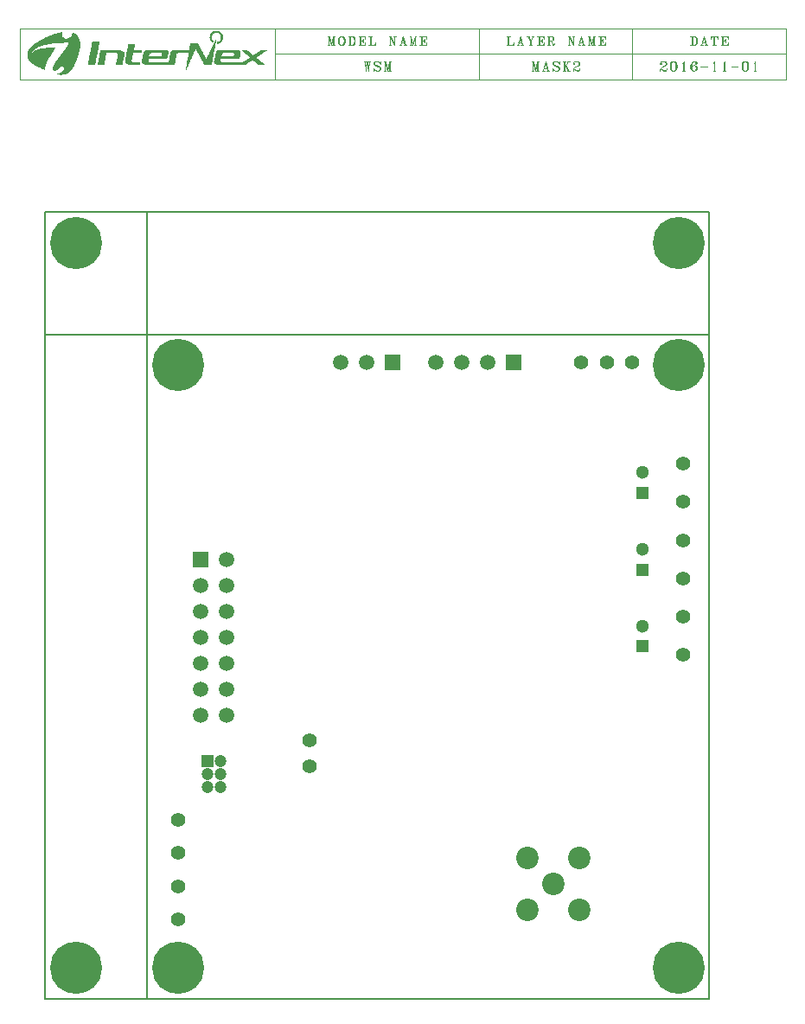
<source format=gbr>
%MOMM*%
%FSLAX33Y33*%
%ADD10C,0.200000*%
%ADD15C,0.100000*%
%ADD17C,5.100000*%
%ADD18C,1.400000*%
%ADD71R,1.200000X1.200000*%
%ADD20C,1.200000*%
%ADD21C,1.500000*%
%ADD22R,1.500000X1.500000*%
%ADD130C,2.200000*%
%ADD138C,1.300000*%
%ADD139R,1.300000X1.300000*%
G90*G71*G01*D02*G54D10*X000000Y000000D02*X065000Y000000D01*X065000Y077000D01*
X000000Y077000D01*X000000Y000000D01*X065000Y065000D02*X010000Y065000D01*
X010000Y000000D01*X010000Y065000D02*X010000Y077000D01*X010000Y065000D02*
X000000Y065000D01*D02*G54D15*X022500Y095000D02*X-002500Y095000D01*
X-002500Y090000D01*X022500Y090000D01*X022500Y092500D02*X072500Y092500D01*
X042500Y095000D02*X042500Y090000D01*X022500Y095000D02*X072500Y095000D01*
X072500Y090000D02*X022500Y090000D01*X022500Y095000D02*X022500Y090000D01*
X072500Y095000D02*X072500Y090000D01*X057500Y095000D02*X057500Y090000D01*
X060221Y091568D02*X060221Y091523D01*X060266Y091523D01*X060266Y091568D01*
X060221Y091568D01*X060221Y091614D02*X060266Y091614D01*X060312Y091568D01*
X060312Y091523D01*X060266Y091477D01*X060221Y091477D01*X060175Y091523D01*
X060175Y091568D01*X060221Y091659D01*X060266Y091705D01*X060403Y091735D01*
X060591Y091735D01*X060728Y091705D01*X060773Y091659D01*X060825Y091568D01*
X060825Y091477D01*X060773Y091402D01*X060637Y091311D01*X060403Y091220D01*
X060312Y091174D01*X060221Y091083D01*X060175Y090962D01*X060175Y090826D01*
X060728Y091659D02*X060773Y091568D01*X060773Y091477D01*X060728Y091402D01*
X060591Y091735D02*X060682Y091705D01*X060728Y091568D01*X060728Y091477D01*
X060682Y091402D01*X060591Y091311D01*X060403Y091220D01*X060175Y090917D02*
X060221Y090962D01*X060312Y090962D01*X060539Y090917D01*X060728Y090917D01*
X060825Y090962D01*X060312Y090962D02*X060539Y090871D01*X060728Y090871D01*
X060773Y090917D01*X060312Y090962D02*X060539Y090826D01*X060728Y090826D01*
X060773Y090871D01*X060825Y090962D01*X060825Y091038D01*X061448Y091735D02*
X061312Y091705D01*X061221Y091568D01*X061175Y091356D01*X061175Y091220D01*
X061221Y091008D01*X061312Y090871D01*X061448Y090826D01*X061546Y090826D01*
X061682Y090871D01*X061773Y091008D01*X061825Y091220D01*X061825Y091356D01*
X061773Y091568D01*X061682Y091705D01*X061546Y091735D01*X061448Y091735D01*
X061312Y091659D02*X061266Y091568D01*X061221Y091402D01*X061221Y091174D01*
X061266Y091008D01*X061312Y090917D01*X061682Y090917D02*X061728Y091008D01*
X061773Y091174D01*X061773Y091402D01*X061728Y091568D01*X061682Y091659D01*
X061448Y091735D02*X061357Y091705D01*X061312Y091614D01*X061266Y091402D01*
X061266Y091174D01*X061312Y090962D01*X061357Y090871D01*X061448Y090826D01*
X061546Y090826D02*X061637Y090871D01*X061682Y090962D01*X061728Y091174D01*
X061728Y091402D01*X061682Y091614D01*X061637Y091705D01*X061546Y091735D01*
X062468Y091659D02*X062468Y090826D01*X062494Y091659D02*X062494Y090871D01*
X062513Y091735D02*X062513Y090826D01*X062513Y091735D02*X062448Y091614D01*
X062409Y091568D01*X062390Y090826D02*X062598Y090826D01*X062468Y090871D02*
X062429Y090826D01*X062468Y090917D02*X062448Y090826D01*X062513Y090917D02*
X062533Y090826D01*X062513Y090871D02*X062552Y090826D01*X063682Y091614D02*
X063682Y091568D01*X063728Y091568D01*X063728Y091614D01*X063682Y091614D01*
X063728Y091659D02*X063682Y091659D01*X063637Y091614D01*X063637Y091568D01*
X063682Y091523D01*X063728Y091523D01*X063773Y091568D01*X063773Y091614D01*
X063728Y091705D01*X063637Y091735D01*X063500Y091735D01*X063357Y091705D01*
X063266Y091614D01*X063221Y091523D01*X063175Y091356D01*X063175Y091083D01*
X063221Y090962D01*X063312Y090871D01*X063448Y090826D01*X063546Y090826D01*
X063682Y090871D01*X063773Y090962D01*X063825Y091083D01*X063825Y091129D01*
X063773Y091265D01*X063682Y091356D01*X063546Y091402D01*X063448Y091402D01*
X063357Y091356D01*X063312Y091311D01*X063266Y091220D01*X063312Y091614D02*
X063266Y091523D01*X063221Y091356D01*X063221Y091083D01*X063266Y090962D01*
X063312Y090917D01*X063728Y090962D02*X063773Y091038D01*X063773Y091174D01*
X063728Y091265D01*X063500Y091735D02*X063403Y091705D01*X063357Y091659D01*
X063312Y091568D01*X063266Y091402D01*X063266Y091083D01*X063312Y090962D01*
X063357Y090871D01*X063448Y090826D01*X063546Y090826D02*X063637Y090871D01*
X063682Y090917D01*X063728Y091038D01*X063728Y091174D01*X063682Y091311D01*
X063637Y091356D01*X063546Y091402D01*X064175Y091265D02*X064825Y091265D01*
X064825Y091220D01*X064175Y091265D02*X064175Y091220D01*X064825Y091220D01*
X065468Y091659D02*X065468Y090826D01*X065494Y091659D02*X065494Y090871D01*
X065513Y091735D02*X065513Y090826D01*X065513Y091735D02*X065448Y091614D01*
X065409Y091568D01*X065390Y090826D02*X065598Y090826D01*X065468Y090871D02*
X065429Y090826D01*X065468Y090917D02*X065448Y090826D01*X065513Y090917D02*
X065533Y090826D01*X065513Y090871D02*X065552Y090826D01*X066468Y091659D02*
X066468Y090826D01*X066494Y091659D02*X066494Y090871D01*X066513Y091735D02*
X066513Y090826D01*X066513Y091735D02*X066448Y091614D01*X066409Y091568D01*
X066390Y090826D02*X066598Y090826D01*X066468Y090871D02*X066429Y090826D01*
X066468Y090917D02*X066448Y090826D01*X066513Y090917D02*X066533Y090826D01*
X066513Y090871D02*X066552Y090826D01*X067175Y091265D02*X067825Y091265D01*
X067825Y091220D01*X067175Y091265D02*X067175Y091220D01*X067825Y091220D01*
X068448Y091735D02*X068312Y091705D01*X068221Y091568D01*X068175Y091356D01*
X068175Y091220D01*X068221Y091008D01*X068312Y090871D01*X068448Y090826D01*
X068546Y090826D01*X068682Y090871D01*X068773Y091008D01*X068825Y091220D01*
X068825Y091356D01*X068773Y091568D01*X068682Y091705D01*X068546Y091735D01*
X068448Y091735D01*X068312Y091659D02*X068266Y091568D01*X068221Y091402D01*
X068221Y091174D01*X068266Y091008D01*X068312Y090917D01*X068682Y090917D02*
X068728Y091008D01*X068773Y091174D01*X068773Y091402D01*X068728Y091568D01*
X068682Y091659D01*X068448Y091735D02*X068357Y091705D01*X068312Y091614D01*
X068266Y091402D01*X068266Y091174D01*X068312Y090962D01*X068357Y090871D01*
X068448Y090826D01*X068546Y090826D02*X068637Y090871D01*X068682Y090962D01*
X068728Y091174D01*X068728Y091402D01*X068682Y091614D01*X068637Y091705D01*
X068546Y091735D01*X069468Y091659D02*X069468Y090826D01*X069494Y091659D02*
X069494Y090871D01*X069513Y091735D02*X069513Y090826D01*X069513Y091735D02*
X069448Y091614D01*X069409Y091568D01*X069390Y090826D02*X069598Y090826D01*
X069468Y090871D02*X069429Y090826D01*X069468Y090917D02*X069448Y090826D01*
X069513Y090917D02*X069533Y090826D01*X069513Y090871D02*X069552Y090826D01*
X063286Y094235D02*X063286Y093326D01*X063325Y094205D02*X063325Y093371D01*
X063364Y094235D02*X063364Y093326D01*X063175Y094235D02*X063552Y094235D01*
X063669Y094205D01*X063747Y094114D01*X063786Y094023D01*X063825Y093902D01*
X063825Y093674D01*X063786Y093538D01*X063747Y093462D01*X063669Y093371D01*
X063552Y093326D01*X063175Y093326D01*X063708Y094114D02*X063747Y094023D01*
X063786Y093902D01*X063786Y093674D01*X063747Y093538D01*X063708Y093462D01*
X063552Y094235D02*X063630Y094205D01*X063708Y094068D01*X063747Y093902D01*
X063747Y093674D01*X063708Y093508D01*X063630Y093371D01*X063552Y093326D01*
X063208Y094235D02*X063286Y094205D01*X063247Y094235D02*X063286Y094159D01*
X063403Y094235D02*X063364Y094159D01*X063442Y094235D02*X063364Y094205D01*
X063286Y093371D02*X063208Y093326D01*X063286Y093417D02*X063247Y093326D01*
X063364Y093417D02*X063403Y093326D01*X063364Y093371D02*X063442Y093326D01*
X064500Y094235D02*X064247Y093371D01*X064461Y094114D02*X064676Y093326D01*
X064500Y094114D02*X064715Y093326D01*X064500Y094235D02*X064747Y093326D01*
X064318Y093583D02*X064643Y093583D01*X064175Y093326D02*X064390Y093326D01*
X064572Y093326D02*X064825Y093326D01*X064247Y093371D02*X064207Y093326D01*
X064247Y093371D02*X064318Y093326D01*X064676Y093371D02*X064604Y093326D01*
X064676Y093417D02*X064643Y093326D01*X064715Y093417D02*X064786Y093326D01*
X065175Y094235D02*X065175Y093977D01*X065454Y094235D02*X065454Y093326D01*
X065500Y094205D02*X065500Y093371D01*X065539Y094235D02*X065539Y093326D01*
X065825Y094235D02*X065825Y093977D01*X065175Y094235D02*X065825Y094235D01*
X065338Y093326D02*X065656Y093326D01*X065214Y094235D02*X065175Y093977D01*
X065253Y094235D02*X065175Y094114D01*X065292Y094235D02*X065175Y094159D01*
X065376Y094235D02*X065175Y094205D01*X065617Y094235D02*X065825Y094205D01*
X065702Y094235D02*X065825Y094159D01*X065741Y094235D02*X065825Y094114D01*
X065780Y094235D02*X065825Y093977D01*X065454Y093371D02*X065376Y093326D01*
X065454Y093417D02*X065415Y093326D01*X065539Y093417D02*X065578Y093326D01*
X065539Y093371D02*X065617Y093326D01*X066292Y094235D02*X066292Y093326D01*
X066331Y094205D02*X066331Y093371D01*X066377Y094235D02*X066377Y093326D01*
X066175Y094235D02*X066825Y094235D01*X066825Y093977D01*X066377Y093811D02*
X066617Y093811D01*X066617Y093977D02*X066617Y093629D01*X066175Y093326D02*
X066825Y093326D01*X066825Y093583D01*X066214Y094235D02*X066292Y094205D01*
X066253Y094235D02*X066292Y094159D01*X066416Y094235D02*X066377Y094159D01*
X066455Y094235D02*X066377Y094205D01*X066617Y094235D02*X066825Y094205D01*
X066702Y094235D02*X066825Y094159D01*X066741Y094235D02*X066825Y094114D01*
X066780Y094235D02*X066825Y093977D01*X066617Y093977D02*X066578Y093811D01*
X066617Y093629D01*X066617Y093902D02*X066539Y093811D01*X066617Y093720D01*
X066617Y093856D02*X066455Y093811D01*X066617Y093765D01*X066292Y093371D02*
X066214Y093326D01*X066292Y093417D02*X066253Y093326D01*X066377Y093417D02*
X066416Y093326D01*X066377Y093371D02*X066455Y093326D01*X066617Y093326D02*
X066825Y093371D01*X066702Y093326D02*X066825Y093417D01*X066741Y093326D02*
X066825Y093462D01*X066780Y093326D02*X066825Y093583D01*X045305Y094235D02*
X045305Y093326D01*X045344Y094205D02*X045344Y093371D01*X045390Y094235D02*
X045390Y093326D01*X045175Y094235D02*X045520Y094235D01*X045175Y093326D02*
X045825Y093326D01*X045825Y093583D01*X045214Y094235D02*X045305Y094205D01*
X045260Y094235D02*X045305Y094159D01*X045435Y094235D02*X045390Y094159D01*
X045474Y094235D02*X045390Y094205D01*X045305Y093371D02*X045214Y093326D01*
X045305Y093417D02*X045260Y093326D01*X045390Y093417D02*X045435Y093326D01*
X045390Y093371D02*X045474Y093326D01*X045604Y093326D02*X045825Y093371D01*
X045689Y093326D02*X045825Y093417D01*X045734Y093326D02*X045825Y093462D01*
X045780Y093326D02*X045825Y093583D01*X046500Y094235D02*X046247Y093371D01*
X046461Y094114D02*X046676Y093326D01*X046500Y094114D02*X046715Y093326D01*
X046500Y094235D02*X046747Y093326D01*X046318Y093583D02*X046643Y093583D01*
X046175Y093326D02*X046390Y093326D01*X046572Y093326D02*X046825Y093326D01*
X046247Y093371D02*X046208Y093326D01*X046247Y093371D02*X046318Y093326D01*
X046676Y093371D02*X046604Y093326D01*X046676Y093417D02*X046643Y093326D01*
X046715Y093417D02*X046786Y093326D01*X047240Y094235D02*X047461Y093765D01*
X047461Y093326D01*X047273Y094235D02*X047494Y093765D01*X047494Y093371D01*
X047299Y094235D02*X047533Y093765D01*X047533Y093326D01*X047721Y094205D02*
X047533Y093765D01*X047175Y094235D02*X047403Y094235D01*X047624Y094235D02*
X047825Y094235D01*X047370Y093326D02*X047624Y093326D01*X047208Y094235D02*
X047273Y094205D01*X047370Y094235D02*X047299Y094205D01*X047663Y094235D02*
X047721Y094205D01*X047786Y094235D02*X047721Y094205D01*X047461Y093371D02*
X047403Y093326D01*X047461Y093417D02*X047429Y093326D01*X047533Y093417D02*
X047559Y093326D01*X047533Y093371D02*X047591Y093326D01*X048292Y094235D02*
X048292Y093326D01*X048331Y094205D02*X048331Y093371D01*X048377Y094235D02*
X048377Y093326D01*X048175Y094235D02*X048825Y094235D01*X048825Y093977D01*
X048377Y093811D02*X048617Y093811D01*X048617Y093977D02*X048617Y093629D01*
X048175Y093326D02*X048825Y093326D01*X048825Y093583D01*X048214Y094235D02*
X048292Y094205D01*X048253Y094235D02*X048292Y094159D01*X048416Y094235D02*
X048377Y094159D01*X048455Y094235D02*X048377Y094205D01*X048617Y094235D02*
X048825Y094205D01*X048702Y094235D02*X048825Y094159D01*X048741Y094235D02*
X048825Y094114D01*X048780Y094235D02*X048825Y093977D01*X048617Y093977D02*
X048578Y093811D01*X048617Y093629D01*X048617Y093902D02*X048539Y093811D01*
X048617Y093720D01*X048617Y093856D02*X048455Y093811D01*X048617Y093765D01*
X048292Y093371D02*X048214Y093326D01*X048292Y093417D02*X048253Y093326D01*
X048377Y093417D02*X048416Y093326D01*X048377Y093371D02*X048455Y093326D01*
X048617Y093326D02*X048825Y093371D01*X048702Y093326D02*X048825Y093417D01*
X048741Y093326D02*X048825Y093462D01*X048780Y093326D02*X048825Y093583D01*
X049279Y094235D02*X049279Y093326D01*X049318Y094205D02*X049318Y093371D01*
X049351Y094235D02*X049351Y093326D01*X049175Y094235D02*X049604Y094235D01*
X049715Y094205D01*X049747Y094159D01*X049786Y094068D01*X049786Y093977D01*
X049747Y093902D01*X049715Y093856D01*X049604Y093811D01*X049351Y093811D01*
X049715Y094159D02*X049747Y094068D01*X049747Y093977D01*X049715Y093902D01*
X049604Y094235D02*X049676Y094205D01*X049715Y094114D01*X049715Y093932D01*
X049676Y093856D01*X049604Y093811D01*X049494Y093811D02*X049572Y093765D01*
X049604Y093674D01*X049676Y093417D01*X049715Y093326D01*X049786Y093326D01*
X049825Y093417D01*X049825Y093508D01*X049676Y093508D02*X049715Y093417D01*
X049747Y093371D01*X049786Y093371D01*X049572Y093765D02*X049604Y093720D01*
X049715Y093462D01*X049747Y093417D01*X049786Y093417D01*X049825Y093462D01*
X049175Y093326D02*X049461Y093326D01*X049208Y094235D02*X049279Y094205D01*
X049247Y094235D02*X049279Y094159D01*X049390Y094235D02*X049351Y094159D01*
X049422Y094235D02*X049351Y094205D01*X049279Y093371D02*X049208Y093326D01*
X049279Y093417D02*X049247Y093326D01*X049351Y093417D02*X049390Y093326D01*
X049351Y093371D02*X049422Y093326D01*X051266Y094235D02*X051266Y093371D01*
X051266Y094235D02*X051721Y093326D01*X051305Y094235D02*X051689Y093462D01*
X051331Y094235D02*X051721Y093462D01*X051721Y094205D02*X051721Y093326D01*
X051175Y094235D02*X051331Y094235D01*X051630Y094235D02*X051825Y094235D01*
X051175Y093326D02*X051364Y093326D01*X051201Y094235D02*X051266Y094205D01*
X051663Y094235D02*X051721Y094205D01*X051793Y094235D02*X051721Y094205D01*
X051266Y093371D02*X051201Y093326D01*X051266Y093371D02*X051331Y093326D01*
X052500Y094235D02*X052247Y093371D01*X052461Y094114D02*X052676Y093326D01*
X052500Y094114D02*X052715Y093326D01*X052500Y094235D02*X052747Y093326D01*
X052318Y093583D02*X052643Y093583D01*X052175Y093326D02*X052390Y093326D01*
X052572Y093326D02*X052825Y093326D01*X052247Y093371D02*X052208Y093326D01*
X052247Y093371D02*X052318Y093326D01*X052676Y093371D02*X052604Y093326D01*
X052676Y093417D02*X052643Y093326D01*X052715Y093417D02*X052786Y093326D01*
X053260Y094235D02*X053260Y093371D01*X053260Y094235D02*X053468Y093326D01*
X053292Y094235D02*X053468Y093462D01*X053318Y094235D02*X053494Y093462D01*
X053676Y094235D02*X053468Y093326D01*X053676Y094235D02*X053676Y093326D01*
X053702Y094205D02*X053702Y093371D01*X053734Y094235D02*X053734Y093326D01*
X053175Y094235D02*X053318Y094235D01*X053676Y094235D02*X053825Y094235D01*
X053175Y093326D02*X053351Y093326D01*X053585Y093326D02*X053825Y093326D01*
X053201Y094235D02*X053260Y094205D01*X053760Y094235D02*X053734Y094159D01*
X053793Y094235D02*X053734Y094205D01*X053260Y093371D02*X053201Y093326D01*
X053260Y093371D02*X053318Y093326D01*X053676Y093371D02*X053617Y093326D01*
X053676Y093417D02*X053643Y093326D01*X053734Y093417D02*X053760Y093326D01*
X053734Y093371D02*X053793Y093326D01*X054292Y094235D02*X054292Y093326D01*
X054331Y094205D02*X054331Y093371D01*X054377Y094235D02*X054377Y093326D01*
X054175Y094235D02*X054825Y094235D01*X054825Y093977D01*X054377Y093811D02*
X054617Y093811D01*X054617Y093977D02*X054617Y093629D01*X054175Y093326D02*
X054825Y093326D01*X054825Y093583D01*X054214Y094235D02*X054292Y094205D01*
X054253Y094235D02*X054292Y094159D01*X054416Y094235D02*X054377Y094159D01*
X054455Y094235D02*X054377Y094205D01*X054617Y094235D02*X054825Y094205D01*
X054702Y094235D02*X054825Y094159D01*X054741Y094235D02*X054825Y094114D01*
X054780Y094235D02*X054825Y093977D01*X054617Y093977D02*X054578Y093811D01*
X054617Y093629D01*X054617Y093902D02*X054539Y093811D01*X054617Y093720D01*
X054617Y093856D02*X054455Y093811D01*X054617Y093765D01*X054292Y093371D02*
X054214Y093326D01*X054292Y093417D02*X054253Y093326D01*X054377Y093417D02*
X054416Y093326D01*X054377Y093371D02*X054455Y093326D01*X054617Y093326D02*
X054825Y093371D01*X054702Y093326D02*X054825Y093417D01*X054741Y093326D02*
X054825Y093462D01*X054780Y093326D02*X054825Y093583D01*X027760Y094235D02*
X027760Y093371D01*X027760Y094235D02*X027968Y093326D01*X027792Y094235D02*
X027968Y093462D01*X027818Y094235D02*X027994Y093462D01*X028176Y094235D02*
X027968Y093326D01*X028176Y094235D02*X028176Y093326D01*X028202Y094205D02*
X028202Y093371D01*X028234Y094235D02*X028234Y093326D01*X027675Y094235D02*
X027818Y094235D01*X028176Y094235D02*X028325Y094235D01*X027675Y093326D02*
X027851Y093326D01*X028085Y093326D02*X028325Y093326D01*X027701Y094235D02*
X027760Y094205D01*X028260Y094235D02*X028234Y094159D01*X028293Y094235D02*
X028234Y094205D01*X027760Y093371D02*X027701Y093326D01*X027760Y093371D02*
X027818Y093326D01*X028176Y093371D02*X028117Y093326D01*X028176Y093417D02*
X028143Y093326D01*X028234Y093417D02*X028260Y093326D01*X028234Y093371D02*
X028293Y093326D01*X028955Y094235D02*X028838Y094205D01*X028753Y094114D01*
X028714Y094023D01*X028675Y093856D01*X028675Y093720D01*X028714Y093538D01*
X028753Y093462D01*X028838Y093371D01*X028955Y093326D01*X029039Y093326D01*
X029163Y093371D01*X029241Y093462D01*X029280Y093538D01*X029325Y093720D01*
X029325Y093856D01*X029280Y094023D01*X029241Y094114D01*X029163Y094205D01*
X029039Y094235D01*X028955Y094235D01*X028792Y094114D02*X028753Y094023D01*
X028714Y093902D01*X028714Y093674D01*X028753Y093538D01*X028792Y093462D01*
X029202Y093462D02*X029241Y093538D01*X029280Y093674D01*X029280Y093902D01*
X029241Y094023D01*X029202Y094114D01*X028955Y094235D02*X028877Y094205D01*
X028792Y094068D01*X028753Y093902D01*X028753Y093674D01*X028792Y093508D01*
X028877Y093371D01*X028955Y093326D01*X029039Y093326D02*X029117Y093371D01*
X029202Y093508D01*X029241Y093674D01*X029241Y093902D01*X029202Y094068D01*
X029117Y094205D01*X029039Y094235D01*X029786Y094235D02*X029786Y093326D01*
X029825Y094205D02*X029825Y093371D01*X029864Y094235D02*X029864Y093326D01*
X029675Y094235D02*X030052Y094235D01*X030169Y094205D01*X030247Y094114D01*
X030286Y094023D01*X030325Y093902D01*X030325Y093674D01*X030286Y093538D01*
X030247Y093462D01*X030169Y093371D01*X030052Y093326D01*X029675Y093326D01*
X030208Y094114D02*X030247Y094023D01*X030286Y093902D01*X030286Y093674D01*
X030247Y093538D01*X030208Y093462D01*X030052Y094235D02*X030130Y094205D01*
X030208Y094068D01*X030247Y093902D01*X030247Y093674D01*X030208Y093508D01*
X030130Y093371D01*X030052Y093326D01*X029708Y094235D02*X029786Y094205D01*
X029747Y094235D02*X029786Y094159D01*X029903Y094235D02*X029864Y094159D01*
X029942Y094235D02*X029864Y094205D01*X029786Y093371D02*X029708Y093326D01*
X029786Y093417D02*X029747Y093326D01*X029864Y093417D02*X029903Y093326D01*
X029864Y093371D02*X029942Y093326D01*X030792Y094235D02*X030792Y093326D01*
X030831Y094205D02*X030831Y093371D01*X030877Y094235D02*X030877Y093326D01*
X030675Y094235D02*X031325Y094235D01*X031325Y093977D01*X030877Y093811D02*
X031117Y093811D01*X031117Y093977D02*X031117Y093629D01*X030675Y093326D02*
X031325Y093326D01*X031325Y093583D01*X030714Y094235D02*X030792Y094205D01*
X030753Y094235D02*X030792Y094159D01*X030916Y094235D02*X030877Y094159D01*
X030955Y094235D02*X030877Y094205D01*X031117Y094235D02*X031325Y094205D01*
X031202Y094235D02*X031325Y094159D01*X031241Y094235D02*X031325Y094114D01*
X031280Y094235D02*X031325Y093977D01*X031117Y093977D02*X031078Y093811D01*
X031117Y093629D01*X031117Y093902D02*X031039Y093811D01*X031117Y093720D01*
X031117Y093856D02*X030955Y093811D01*X031117Y093765D01*X030792Y093371D02*
X030714Y093326D01*X030792Y093417D02*X030753Y093326D01*X030877Y093417D02*
X030916Y093326D01*X030877Y093371D02*X030955Y093326D01*X031117Y093326D02*
X031325Y093371D01*X031202Y093326D02*X031325Y093417D01*X031241Y093326D02*
X031325Y093462D01*X031280Y093326D02*X031325Y093583D01*X031805Y094235D02*
X031805Y093326D01*X031844Y094205D02*X031844Y093371D01*X031890Y094235D02*
X031890Y093326D01*X031675Y094235D02*X032020Y094235D01*X031675Y093326D02*
X032325Y093326D01*X032325Y093583D01*X031714Y094235D02*X031805Y094205D01*
X031760Y094235D02*X031805Y094159D01*X031935Y094235D02*X031890Y094159D01*
X031974Y094235D02*X031890Y094205D01*X031805Y093371D02*X031714Y093326D01*
X031805Y093417D02*X031760Y093326D01*X031890Y093417D02*X031935Y093326D01*
X031890Y093371D02*X031974Y093326D01*X032104Y093326D02*X032325Y093371D01*
X032188Y093326D02*X032325Y093417D01*X032234Y093326D02*X032325Y093462D01*
X032280Y093326D02*X032325Y093583D01*X033766Y094235D02*X033766Y093371D01*
X033766Y094235D02*X034221Y093326D01*X033805Y094235D02*X034189Y093462D01*
X033831Y094235D02*X034221Y093462D01*X034221Y094205D02*X034221Y093326D01*
X033675Y094235D02*X033831Y094235D01*X034130Y094235D02*X034325Y094235D01*
X033675Y093326D02*X033864Y093326D01*X033701Y094235D02*X033766Y094205D01*
X034163Y094235D02*X034221Y094205D01*X034293Y094235D02*X034221Y094205D01*
X033766Y093371D02*X033701Y093326D01*X033766Y093371D02*X033831Y093326D01*
X035000Y094235D02*X034747Y093371D01*X034961Y094114D02*X035176Y093326D01*
X035000Y094114D02*X035215Y093326D01*X035000Y094235D02*X035247Y093326D01*
X034818Y093583D02*X035143Y093583D01*X034675Y093326D02*X034890Y093326D01*
X035072Y093326D02*X035325Y093326D01*X034747Y093371D02*X034708Y093326D01*
X034747Y093371D02*X034818Y093326D01*X035176Y093371D02*X035104Y093326D01*
X035176Y093417D02*X035143Y093326D01*X035215Y093417D02*X035286Y093326D01*
X035760Y094235D02*X035760Y093371D01*X035760Y094235D02*X035968Y093326D01*
X035792Y094235D02*X035968Y093462D01*X035818Y094235D02*X035994Y093462D01*
X036176Y094235D02*X035968Y093326D01*X036176Y094235D02*X036176Y093326D01*
X036202Y094205D02*X036202Y093371D01*X036234Y094235D02*X036234Y093326D01*
X035675Y094235D02*X035818Y094235D01*X036176Y094235D02*X036325Y094235D01*
X035675Y093326D02*X035851Y093326D01*X036085Y093326D02*X036325Y093326D01*
X035701Y094235D02*X035760Y094205D01*X036260Y094235D02*X036234Y094159D01*
X036293Y094235D02*X036234Y094205D01*X035760Y093371D02*X035701Y093326D01*
X035760Y093371D02*X035818Y093326D01*X036176Y093371D02*X036117Y093326D01*
X036176Y093417D02*X036143Y093326D01*X036234Y093417D02*X036260Y093326D01*
X036234Y093371D02*X036293Y093326D01*X036792Y094235D02*X036792Y093326D01*
X036831Y094205D02*X036831Y093371D01*X036877Y094235D02*X036877Y093326D01*
X036675Y094235D02*X037325Y094235D01*X037325Y093977D01*X036877Y093811D02*
X037117Y093811D01*X037117Y093977D02*X037117Y093629D01*X036675Y093326D02*
X037325Y093326D01*X037325Y093583D01*X036714Y094235D02*X036792Y094205D01*
X036753Y094235D02*X036792Y094159D01*X036916Y094235D02*X036877Y094159D01*
X036955Y094235D02*X036877Y094205D01*X037117Y094235D02*X037325Y094205D01*
X037202Y094235D02*X037325Y094159D01*X037241Y094235D02*X037325Y094114D01*
X037280Y094235D02*X037325Y093977D01*X037117Y093977D02*X037078Y093811D01*
X037117Y093629D01*X037117Y093902D02*X037039Y093811D01*X037117Y093720D01*
X037117Y093856D02*X036955Y093811D01*X037117Y093765D01*X036792Y093371D02*
X036714Y093326D01*X036792Y093417D02*X036753Y093326D01*X036877Y093417D02*
X036916Y093326D01*X036877Y093371D02*X036955Y093326D01*X037117Y093326D02*
X037325Y093371D01*X037202Y093326D02*X037325Y093417D01*X037241Y093326D02*
X037325Y093462D01*X037280Y093326D02*X037325Y093583D01*X031260Y091735D02*
X031377Y090826D01*X031292Y091735D02*X031377Y091038D01*X031377Y090826D01*
X031318Y091735D02*X031409Y091038D01*X031500Y091735D02*X031409Y091038D01*
X031377Y090826D01*X031500Y091735D02*X031617Y090826D01*X031526Y091735D02*
X031617Y091038D01*X031617Y090826D01*X031559Y091735D02*X031643Y091038D01*
X031734Y091705D02*X031643Y091038D01*X031617Y090826D01*X031175Y091735D02*
X031409Y091735D01*X031500Y091735D02*X031559Y091735D01*X031643Y091735D02*
X031825Y091735D01*X031201Y091735D02*X031292Y091705D01*X031234Y091735D02*
X031292Y091659D01*X031351Y091735D02*X031318Y091659D01*X031377Y091735D02*
X031318Y091705D01*X031676Y091735D02*X031734Y091705D01*X031793Y091735D02*
X031734Y091705D01*X032773Y091614D02*X032825Y091735D01*X032825Y091477D01*
X032773Y091614D01*X032682Y091705D01*X032539Y091735D01*X032403Y091735D01*
X032266Y091705D01*X032175Y091614D01*X032175Y091477D01*X032221Y091402D01*
X032357Y091311D01*X032636Y091220D01*X032728Y091174D01*X032773Y091083D01*
X032773Y090962D01*X032728Y090871D01*X032221Y091477D02*X032266Y091402D01*
X032357Y091356D01*X032636Y091265D01*X032728Y091220D01*X032773Y091129D01*
X032266Y091705D02*X032221Y091614D01*X032221Y091523D01*X032266Y091432D01*
X032357Y091402D01*X032636Y091311D01*X032773Y091220D01*X032825Y091129D01*
X032825Y091008D01*X032773Y090917D01*X032728Y090871D01*X032591Y090826D01*
X032448Y090826D01*X032312Y090871D01*X032221Y090962D01*X032175Y091083D01*
X032175Y090826D01*X032221Y090962D01*X033260Y091735D02*X033260Y090871D01*
X033260Y091735D02*X033468Y090826D01*X033292Y091735D02*X033468Y090962D01*
X033318Y091735D02*X033494Y090962D01*X033676Y091735D02*X033468Y090826D01*
X033676Y091735D02*X033676Y090826D01*X033702Y091705D02*X033702Y090871D01*
X033734Y091735D02*X033734Y090826D01*X033175Y091735D02*X033318Y091735D01*
X033676Y091735D02*X033825Y091735D01*X033175Y090826D02*X033351Y090826D01*
X033585Y090826D02*X033825Y090826D01*X033201Y091735D02*X033260Y091705D01*
X033760Y091735D02*X033734Y091659D01*X033793Y091735D02*X033734Y091705D01*
X033260Y090871D02*X033201Y090826D01*X033260Y090871D02*X033318Y090826D01*
X033676Y090871D02*X033617Y090826D01*X033676Y090917D02*X033643Y090826D01*
X033734Y090917D02*X033760Y090826D01*X033734Y090871D02*X033793Y090826D01*
X047760Y091735D02*X047760Y090871D01*X047760Y091735D02*X047968Y090826D01*
X047792Y091735D02*X047968Y090962D01*X047818Y091735D02*X047994Y090962D01*
X048176Y091735D02*X047968Y090826D01*X048176Y091735D02*X048176Y090826D01*
X048202Y091705D02*X048202Y090871D01*X048234Y091735D02*X048234Y090826D01*
X047675Y091735D02*X047818Y091735D01*X048176Y091735D02*X048325Y091735D01*
X047675Y090826D02*X047851Y090826D01*X048085Y090826D02*X048325Y090826D01*
X047701Y091735D02*X047760Y091705D01*X048260Y091735D02*X048234Y091659D01*
X048293Y091735D02*X048234Y091705D01*X047760Y090871D02*X047701Y090826D01*
X047760Y090871D02*X047818Y090826D01*X048176Y090871D02*X048117Y090826D01*
X048176Y090917D02*X048143Y090826D01*X048234Y090917D02*X048260Y090826D01*
X048234Y090871D02*X048293Y090826D01*X049000Y091735D02*X048747Y090871D01*
X048961Y091614D02*X049176Y090826D01*X049000Y091614D02*X049215Y090826D01*
X049000Y091735D02*X049247Y090826D01*X048818Y091083D02*X049143Y091083D01*
X048675Y090826D02*X048890Y090826D01*X049072Y090826D02*X049325Y090826D01*
X048747Y090871D02*X048708Y090826D01*X048747Y090871D02*X048818Y090826D01*
X049176Y090871D02*X049104Y090826D01*X049176Y090917D02*X049143Y090826D01*
X049215Y090917D02*X049286Y090826D01*X050273Y091614D02*X050325Y091735D01*
X050325Y091477D01*X050273Y091614D01*X050182Y091705D01*X050039Y091735D01*
X049903Y091735D01*X049766Y091705D01*X049675Y091614D01*X049675Y091477D01*
X049721Y091402D01*X049857Y091311D01*X050137Y091220D01*X050228Y091174D01*
X050273Y091083D01*X050273Y090962D01*X050228Y090871D01*X049721Y091477D02*
X049766Y091402D01*X049857Y091356D01*X050137Y091265D01*X050228Y091220D01*
X050273Y091129D01*X049766Y091705D02*X049721Y091614D01*X049721Y091523D01*
X049766Y091432D01*X049857Y091402D01*X050137Y091311D01*X050273Y091220D01*
X050325Y091129D01*X050325Y091008D01*X050273Y090917D01*X050228Y090871D01*
X050091Y090826D01*X049948Y090826D01*X049812Y090871D01*X049721Y090962D01*
X049675Y091083D01*X049675Y090826D01*X049721Y090962D01*X050773Y091735D02*
X050773Y090826D01*X050812Y091705D02*X050812Y090871D01*X050844Y091735D02*
X050844Y090826D01*X051221Y091705D02*X050844Y091220D01*X050948Y091311D02*
X051182Y090826D01*X050981Y091311D02*X051221Y090826D01*X050981Y091402D02*
X051254Y090826D01*X050675Y091735D02*X050948Y091735D01*X051117Y091735D02*
X051325Y091735D01*X050675Y090826D02*X050948Y090826D01*X051085Y090826D02*
X051325Y090826D01*X050708Y091735D02*X050773Y091705D01*X050740Y091735D02*
X050773Y091659D01*X050877Y091735D02*X050844Y091659D01*X050909Y091735D02*
X050844Y091705D01*X051182Y091735D02*X051221Y091705D01*X051286Y091735D02*
X051221Y091705D01*X050773Y090871D02*X050708Y090826D01*X050773Y090917D02*
X050740Y090826D01*X050844Y090917D02*X050877Y090826D01*X050844Y090871D02*
X050909Y090826D01*X051182Y090917D02*X051117Y090826D01*X051182Y090917D02*
X051286Y090826D01*X051721Y091568D02*X051721Y091523D01*X051766Y091523D01*
X051766Y091568D01*X051721Y091568D01*X051721Y091614D02*X051766Y091614D01*
X051812Y091568D01*X051812Y091523D01*X051766Y091477D01*X051721Y091477D01*
X051675Y091523D01*X051675Y091568D01*X051721Y091659D01*X051766Y091705D01*
X051903Y091735D01*X052091Y091735D01*X052228Y091705D01*X052273Y091659D01*
X052325Y091568D01*X052325Y091477D01*X052273Y091402D01*X052137Y091311D01*
X051903Y091220D01*X051812Y091174D01*X051721Y091083D01*X051675Y090962D01*
X051675Y090826D01*X052228Y091659D02*X052273Y091568D01*X052273Y091477D01*
X052228Y091402D01*X052091Y091735D02*X052182Y091705D01*X052228Y091568D01*
X052228Y091477D01*X052182Y091402D01*X052091Y091311D01*X051903Y091220D01*
X051675Y090917D02*X051721Y090962D01*X051812Y090962D01*X052039Y090917D01*
X052228Y090917D01*X052325Y090962D01*X051812Y090962D02*X052039Y090871D01*
X052228Y090871D01*X052273Y090917D01*X051812Y090962D02*X052039Y090826D01*
X052228Y090826D01*X052273Y090871D01*X052325Y090962D01*X052325Y091038D01*
X000000Y000000D02*D02*G54D17*X003000Y003000D03*X013000Y003000D03*
X062000Y003000D03*X013000Y062000D03*X062000Y062000D03*X003000Y074000D03*
X062000Y074000D03*D02*G54D18*X013000Y007750D03*X013000Y011000D03*
X013000Y017500D03*X013000Y014250D03*X025875Y022750D03*X025875Y025250D03*
X062500Y033625D03*X062500Y037375D03*X062500Y041125D03*X062500Y044875D03*
X062500Y048625D03*X062500Y052375D03*X057500Y062250D03*X055000Y062250D03*
X052500Y062250D03*D02*G54D71*X015865Y023290D03*D02*G54D20*X017135Y023290D03*
X017135Y022020D03*X015865Y022020D03*X017135Y020750D03*X015865Y020750D03*D02*
G54D21*X015250Y030300D03*X015250Y027760D03*X017790Y030300D03*X017790Y027760D03*
X015250Y035380D03*X015250Y032840D03*X017790Y035380D03*X017790Y032840D03*
X015250Y040460D03*X015250Y037920D03*X017790Y040460D03*X017790Y037920D03*
X017790Y043000D03*X028960Y062250D03*X031500Y062250D03*X040790Y062250D03*
X043330Y062250D03*X038250Y062250D03*D02*G54D22*X015250Y043000D03*
X034040Y062250D03*X045870Y062250D03*D02*G54D130*X049750Y011250D03*
X047210Y013790D03*X052290Y013790D03*X052290Y008710D03*X047210Y008710D03*D02*
G54D138*X058500Y036500D03*X058500Y044000D03*X058500Y051500D03*D02*G54D139*
X058500Y034500D03*X058500Y042000D03*X058500Y049500D03*
G36*X019235Y092823D02*X019235Y092854D01*X019791Y092854D01*X019791Y092823D01*
X019822Y092823D01*X019822Y092792D01*X019884Y092792D01*X019884Y092761D01*
X019914Y092761D01*X019914Y092731D01*X019945Y092731D01*X019945Y092700D01*
X019976Y092700D01*X019976Y092669D01*X020007Y092669D01*X020007Y092638D01*
X020038Y092638D01*X020038Y092607D01*X020069Y092607D01*X020069Y092576D01*
X020100Y092576D01*X020100Y092545D01*X020130Y092545D01*X020130Y092515D01*
X020192Y092515D01*X020192Y092484D01*X020223Y092484D01*X020223Y092453D01*
X020254Y092453D01*X020254Y092422D01*X020285Y092422D01*X020285Y092391D01*
X020316Y092391D01*X020316Y092360D01*X020377Y092360D01*X020377Y092391D01*
X020439Y092391D01*X020439Y092422D01*X020501Y092422D01*X020501Y092453D01*
X020532Y092453D01*X020532Y092484D01*X020593Y092484D01*X020593Y092515D01*
X020624Y092515D01*X020624Y092545D01*X020686Y092545D01*X020686Y092576D01*
X020748Y092576D01*X020748Y092607D01*X020779Y092607D01*X020779Y092638D01*
X020840Y092638D01*X020840Y092669D01*X020871Y092669D01*X020871Y092700D01*
X020933Y092700D01*X020933Y092731D01*X020964Y092731D01*X020964Y092761D01*
X021025Y092761D01*X021025Y092792D01*X021056Y092792D01*X021056Y092823D01*
X021118Y092823D01*X021118Y092854D01*X021766Y092854D01*X021766Y092823D01*
X021704Y092823D01*X021704Y092792D01*X021674Y092792D01*X021674Y092761D01*
X021612Y092761D01*X021612Y092731D01*X021581Y092731D01*X021581Y092700D01*
X021519Y092700D01*X021519Y092669D01*X021488Y092669D01*X021488Y092638D01*
X021427Y092638D01*X021427Y092607D01*X021396Y092607D01*X021396Y092576D01*
X021334Y092576D01*X021334Y092545D01*X021303Y092545D01*X021303Y092515D01*
X021241Y092515D01*X021241Y092484D01*X021211Y092484D01*X021211Y092453D01*
X021149Y092453D01*X021149Y092422D01*X021118Y092422D01*X021118Y092391D01*
X021056Y092391D01*X021056Y092360D01*X021025Y092360D01*X021025Y092329D01*
X020964Y092329D01*X020964Y092299D01*X020933Y092299D01*X020933Y092268D01*
X020871Y092268D01*X020871Y092237D01*X020840Y092237D01*X020840Y092206D01*
X020779Y092206D01*X020779Y092175D01*X020748Y092175D01*X020748Y092144D01*
X020686Y092144D01*X020686Y092083D01*X020007Y092083D01*X020007Y092175D01*
X019976Y092175D01*X019976Y092206D01*X019914Y092206D01*X019914Y092237D01*
X019884Y092237D01*X019884Y092268D01*X019853Y092268D01*X019853Y092299D01*
X019822Y092299D01*X019822Y092329D01*X019791Y092329D01*X019791Y092360D01*
X019760Y092360D01*X019760Y092391D01*X019729Y092391D01*X019729Y092422D01*
X019698Y092422D01*X019698Y092453D01*X019637Y092453D01*X019637Y092484D01*
X019606Y092484D01*X019606Y092515D01*X019575Y092515D01*X019575Y092545D01*
X019544Y092545D01*X019544Y092576D01*X019513Y092576D01*X019513Y092607D01*
X019482Y092607D01*X019482Y092638D01*X019452Y092638D01*X019452Y092669D01*
X019390Y092669D01*X019390Y092700D01*X019359Y092700D01*X019359Y092731D01*
X019328Y092731D01*X019328Y092761D01*X019297Y092761D01*X019297Y092792D01*
X019266Y092792D01*X019266Y092823D01*X019235Y092823D01*G37*G36*X019328Y091650D02*
X019328Y091681D01*X019390Y091681D01*X019390Y091712D01*X019421Y091712D01*
X019421Y091743D01*X019482Y091743D01*X019482Y091774D01*X019544Y091774D01*
X019544Y091805D01*X019575Y091805D01*X019575Y091836D01*X019637Y091836D01*
X019637Y091867D01*X019668Y091867D01*X019668Y091897D01*X019698Y091897D01*
X019698Y091928D01*X019760Y091928D01*X019760Y091959D01*X019822Y091959D01*
X019822Y091990D01*X019853Y091990D01*X019853Y092021D01*X019914Y092021D01*
X019914Y092052D01*X019945Y092052D01*X019945Y092083D01*X020717Y092083D01*
X020717Y092052D01*X020748Y092052D01*X020748Y092021D01*X020809Y092021D01*
X020809Y091990D01*X020840Y091990D01*X020840Y091959D01*X020871Y091959D01*
X020871Y091928D01*X020902Y091928D01*X020902Y091897D01*X020964Y091897D01*
X020964Y091867D01*X020995Y091867D01*X020995Y091836D01*X021025Y091836D01*
X021025Y091805D01*X021056Y091805D01*X021056Y091774D01*X021118Y091774D01*
X021118Y091743D01*X021149Y091743D01*X021149Y091712D01*X021180Y091712D01*
X021180Y091681D01*X021211Y091681D01*X021211Y091650D01*X021272Y091650D01*
X021272Y091620D01*X021303Y091620D01*X021303Y091589D01*X021334Y091589D01*
X021334Y091558D01*X021365Y091558D01*X021365Y091527D01*X021396Y091527D01*
X021396Y091496D01*X021457Y091496D01*X021457Y091465D01*X021488Y091465D01*
X021488Y091434D01*X021519Y091434D01*X021519Y091404D01*X021550Y091404D01*
X021550Y091373D01*X020902Y091373D01*X020902Y091404D01*X020840Y091404D01*
X020840Y091434D01*X020809Y091434D01*X020809Y091465D01*X020779Y091465D01*
X020779Y091496D01*X020748Y091496D01*X020748Y091527D01*X020717Y091527D01*
X020717Y091558D01*X020686Y091558D01*X020686Y091589D01*X020624Y091589D01*
X020624Y091620D01*X020593Y091620D01*X020593Y091650D01*X020563Y091650D01*
X020563Y091681D01*X020532Y091681D01*X020532Y091712D01*X020501Y091712D01*
X020501Y091743D01*X020470Y091743D01*X020470Y091774D01*X020408Y091774D01*
X020408Y091805D01*X020377Y091805D01*X020377Y091836D01*X020346Y091836D01*
X020346Y091867D01*X020285Y091867D01*X020285Y091836D01*X020223Y091836D01*
X020223Y091805D01*X020192Y091805D01*X020192Y091774D01*X020130Y091774D01*
X020130Y091743D01*X020069Y091743D01*X020069Y091712D01*X020038Y091712D01*
X020038Y091681D01*X019976Y091681D01*X019976Y091650D01*X019328Y091650D01*G37*G36*
X016797Y093502D02*X016828Y093502D01*X016828Y093471D01*X016890Y093471D01*
X016890Y093440D01*X016952Y093440D01*X016952Y093471D01*X017013Y093471D01*
X017013Y093502D01*X017075Y093502D01*X017075Y093533D01*X017137Y093533D01*
X017137Y093564D01*X017168Y093564D01*X017168Y093595D01*X017199Y093595D01*
X017199Y093626D01*X017230Y093626D01*X017230Y093656D01*X017260Y093656D01*
X017260Y093687D01*X017291Y093687D01*X017291Y093749D01*X017322Y093749D01*
X017322Y093780D01*X017353Y093780D01*X017353Y093842D01*X017384Y093842D01*
X017384Y093965D01*X017415Y093965D01*X017415Y094212D01*X017384Y094212D01*
X017384Y094305D01*X017168Y094305D01*X017168Y094243D01*X017199Y094243D01*
X017199Y093934D01*X017168Y093934D01*X017168Y093872D01*X017137Y093872D01*
X017137Y093811D01*X017106Y093811D01*X017106Y093780D01*X017075Y093780D01*
X017075Y093749D01*X017044Y093749D01*X017044Y093718D01*X016983Y093718D01*
X016983Y093687D01*X016921Y093687D01*X016921Y093656D01*X016859Y093656D01*
X016859Y093626D01*X016828Y093626D01*X016828Y093595D01*X016797Y093595D01*
X016797Y093502D01*G37*G36*X016149Y094335D02*X016396Y094335D01*X016396Y094366D01*
X016427Y094366D01*X016427Y094428D01*X016458Y094428D01*X016458Y094459D01*
X016520Y094459D01*X016520Y094490D01*X016581Y094490D01*X016581Y094521D01*
X016705Y094521D01*X016705Y094551D01*X016828Y094551D01*X016828Y094521D01*
X016952Y094521D01*X016952Y094490D01*X016983Y094490D01*X016983Y094459D01*
X017044Y094459D01*X017044Y094428D01*X017075Y094428D01*X017075Y094397D01*
X017106Y094397D01*X017106Y094366D01*X017137Y094366D01*X017137Y094305D01*
X017384Y094305D01*X017384Y094335D01*X017353Y094335D01*X017353Y094397D01*
X017322Y094397D01*X017322Y094459D01*X017291Y094459D01*X017291Y094490D01*
X017260Y094490D01*X017260Y094521D01*X017230Y094521D01*X017230Y094551D01*
X017199Y094551D01*X017199Y094582D01*X017168Y094582D01*X017168Y094613D01*
X017137Y094613D01*X017137Y094644D01*X017075Y094644D01*X017075Y094675D01*
X017013Y094675D01*X017013Y094706D01*X016921Y094706D01*X016921Y094737D01*
X016581Y094737D01*X016581Y094706D01*X016489Y094706D01*X016489Y094675D01*
X016427Y094675D01*X016427Y094644D01*X016396Y094644D01*X016396Y094613D01*
X016335Y094613D01*X016335Y094582D01*X016304Y094582D01*X016304Y094551D01*
X016273Y094551D01*X016273Y094521D01*X016242Y094521D01*X016242Y094459D01*
X016211Y094459D01*X016211Y094428D01*X016180Y094428D01*X016180Y094366D01*
X016149Y094366D01*X016149Y094335D01*G37*G36*X016088Y094027D02*X016119Y094027D01*
X016119Y093903D01*X016149Y093903D01*X016149Y093811D01*X016180Y093811D01*
X016180Y093749D01*X016211Y093749D01*X016211Y093718D01*X016242Y093718D01*
X016242Y093656D01*X016273Y093656D01*X016273Y093626D01*X016335Y093626D01*
X016335Y093595D01*X016458Y093595D01*X016458Y093626D01*X016489Y093626D01*
X016489Y093749D01*X016458Y093749D01*X016458Y093780D01*X016427Y093780D01*
X016427Y093811D01*X016396Y093811D01*X016396Y093842D01*X016365Y093842D01*
X016365Y093903D01*X016335Y093903D01*X016335Y093996D01*X016304Y093996D01*
X016304Y094181D01*X016335Y094181D01*X016335Y094274D01*X016365Y094274D01*
X016365Y094335D01*X016149Y094335D01*X016149Y094305D01*X016119Y094305D01*
X016119Y094150D01*X016088Y094150D01*X016088Y094027D01*G37*G36*X014946Y092545D02*
X014977Y092545D01*X014977Y092484D01*X015008Y092484D01*X015008Y092453D01*
X015038Y092453D01*X015038Y092391D01*X015069Y092391D01*X015069Y092329D01*
X015100Y092329D01*X015100Y092268D01*X015131Y092268D01*X015131Y092206D01*
X015162Y092206D01*X015162Y092144D01*X015193Y092144D01*X015193Y092113D01*
X015224Y092113D01*X015224Y092052D01*X015254Y092052D01*X015254Y091990D01*
X015285Y091990D01*X015285Y091928D01*X015316Y091928D01*X015316Y091867D01*
X015347Y091867D01*X015347Y091805D01*X015378Y091805D01*X015378Y091774D01*
X015409Y091774D01*X015409Y091712D01*X015440Y091712D01*X015440Y091650D01*
X015470Y091650D01*X015470Y091589D01*X015501Y091589D01*X015501Y091527D01*
X015532Y091527D01*X015532Y091496D01*X015563Y091496D01*X015563Y091434D01*
X015594Y091434D01*X015594Y091373D01*X016304Y091373D01*X016304Y091465D01*
X016335Y091465D01*X016335Y091650D01*X016365Y091650D01*X016365Y091805D01*
X016396Y091805D01*X016396Y091990D01*X016427Y091990D01*X016427Y092175D01*
X016458Y092175D01*X016458Y092329D01*X016489Y092329D01*X016489Y092515D01*
X016520Y092515D01*X016520Y092669D01*X016551Y092669D01*X016551Y092854D01*
X016581Y092854D01*X016581Y093039D01*X016612Y093039D01*X016612Y093224D01*
X016643Y093224D01*X016643Y093379D01*X016674Y093379D01*X016674Y093564D01*
X016705Y093564D01*X016705Y093749D01*X016736Y093749D01*X016736Y093903D01*
X016767Y093903D01*X016767Y094027D01*X016736Y094027D01*X016736Y093965D01*
X016705Y093965D01*X016705Y093872D01*X016674Y093872D01*X016674Y093811D01*
X016643Y093811D01*X016643Y093749D01*X016612Y093749D01*X016612Y093687D01*
X016581Y093687D01*X016581Y093626D01*X016551Y093626D01*X016551Y093564D01*
X016520Y093564D01*X016520Y093502D01*X016489Y093502D01*X016489Y093440D01*
X016458Y093440D01*X016458Y093379D01*X016427Y093379D01*X016427Y093317D01*
X016396Y093317D01*X016396Y093255D01*X016365Y093255D01*X016365Y093163D01*
X016335Y093163D01*X016335Y093101D01*X016304Y093101D01*X016304Y093039D01*
X016273Y093039D01*X016273Y092977D01*X016242Y092977D01*X016242Y092916D01*
X016211Y092916D01*X016211Y092854D01*X016180Y092854D01*X016180Y092792D01*
X016149Y092792D01*X016149Y092731D01*X016119Y092731D01*X016119Y092669D01*
X016088Y092669D01*X016088Y092607D01*X016057Y092607D01*X016057Y092545D01*
X016026Y092545D01*X016026Y092453D01*X015995Y092453D01*X015995Y092391D01*
X015964Y092391D01*X015964Y092329D01*X015933Y092329D01*X015933Y092268D01*
X015902Y092268D01*X015902Y092206D01*X015872Y092206D01*X015872Y092144D01*
X015841Y092144D01*X015841Y092083D01*X015810Y092083D01*X015810Y092021D01*
X015748Y092021D01*X015748Y092052D01*X015717Y092052D01*X015717Y092113D01*
X015686Y092113D01*X015686Y092175D01*X015656Y092175D01*X015656Y092237D01*
X015625Y092237D01*X015625Y092299D01*X015594Y092299D01*X015594Y092329D01*
X015563Y092329D01*X015563Y092391D01*X015532Y092391D01*X015532Y092453D01*
X015501Y092453D01*X015501Y092515D01*X015470Y092515D01*X015470Y092576D01*
X014946Y092576D01*X014946Y092545D01*G37*G36*X014082Y092854D02*X014082Y092885D01*
X014113Y092885D01*X014113Y093070D01*X014143Y093070D01*X014143Y093255D01*
X014174Y093255D01*X014174Y093440D01*X014205Y093440D01*X014205Y093564D01*
X014915Y093564D01*X014915Y093533D01*X014946Y093533D01*X014946Y093471D01*
X014977Y093471D01*X014977Y093410D01*X015008Y093410D01*X015008Y093348D01*
X015038Y093348D01*X015038Y093317D01*X015069Y093317D01*X015069Y093255D01*
X015100Y093255D01*X015100Y093194D01*X015131Y093194D01*X015131Y093132D01*
X015162Y093132D01*X015162Y093070D01*X015193Y093070D01*X015193Y093008D01*
X015224Y093008D01*X015224Y092977D01*X015254Y092977D01*X015254Y092916D01*
X015285Y092916D01*X015285Y092854D01*X015316Y092854D01*X015316Y092792D01*
X015347Y092792D01*X015347Y092731D01*X015378Y092731D01*X015378Y092669D01*
X015409Y092669D01*X015409Y092638D01*X015440Y092638D01*X015440Y092576D01*
X014946Y092576D01*X014946Y092607D01*X014915Y092607D01*X014915Y092669D01*
X014884Y092669D01*X014884Y092731D01*X014853Y092731D01*X014853Y092792D01*
X014822Y092792D01*X014822Y092823D01*X014792Y092823D01*X014792Y092885D01*
X014761Y092885D01*X014761Y092947D01*X014730Y092947D01*X014730Y092916D01*
X014699Y092916D01*X014699Y092854D01*X014082Y092854D01*G37*G36*X013711Y090775D02*
X013711Y090806D01*X013742Y090806D01*X013742Y090775D01*X013711Y090775D01*G37*G36*
X012076Y091650D02*X012076Y091712D01*X012107Y091712D01*X012107Y091867D01*
X012137Y091867D01*X012137Y092021D01*X012168Y092021D01*X012168Y092175D01*
X012199Y092175D01*X012199Y092329D01*X012230Y092329D01*X012230Y092484D01*
X012261Y092484D01*X012261Y092638D01*X012292Y092638D01*X012292Y092700D01*
X012323Y092700D01*X012323Y092731D01*X012353Y092731D01*X012353Y092761D01*
X012384Y092761D01*X012384Y092792D01*X012446Y092792D01*X012446Y092823D01*
X012570Y092823D01*X012570Y092854D01*X014668Y092854D01*X014668Y092792D01*
X014637Y092792D01*X014637Y092700D01*X014606Y092700D01*X014606Y092638D01*
X014575Y092638D01*X014575Y092576D01*X014545Y092576D01*X014545Y092515D01*
X014514Y092515D01*X014514Y092422D01*X014483Y092422D01*X014483Y092360D01*
X014452Y092360D01*X014452Y092299D01*X014421Y092299D01*X014421Y092237D01*
X014390Y092237D01*X014390Y092144D01*X014359Y092144D01*X014359Y092083D01*
X014329Y092083D01*X014329Y092021D01*X014298Y092021D01*X014298Y091959D01*
X014267Y091959D01*X014267Y091897D01*X014236Y091897D01*X014236Y091805D01*
X014205Y091805D01*X014205Y091743D01*X014174Y091743D01*X014174Y091681D01*
X014143Y091681D01*X014143Y091620D01*X014113Y091620D01*X014113Y091527D01*
X014082Y091527D01*X014082Y091465D01*X014051Y091465D01*X014051Y091404D01*
X014020Y091404D01*X014020Y091342D01*X013989Y091342D01*X013989Y091249D01*
X013958Y091249D01*X013958Y091188D01*X013927Y091188D01*X013927Y091126D01*
X013897Y091126D01*X013897Y091064D01*X013866Y091064D01*X013866Y090972D01*
X013835Y090972D01*X013835Y090910D01*X013804Y090910D01*X013804Y090848D01*
X013773Y090848D01*X013773Y090786D01*X013742Y090786D01*X013742Y090910D01*
X013773Y090910D01*X013773Y091095D01*X013804Y091095D01*X013804Y091280D01*
X013835Y091280D01*X013835Y091434D01*X013866Y091434D01*X013866Y091620D01*
X013897Y091620D01*X013897Y091805D01*X013927Y091805D01*X013927Y091990D01*
X013958Y091990D01*X013958Y092175D01*X013989Y092175D01*X013989Y092360D01*
X014020Y092360D01*X014020Y092515D01*X014051Y092515D01*X014051Y092576D01*
X013002Y092576D01*X013002Y092545D01*X012940Y092545D01*X012940Y092515D01*
X012909Y092515D01*X012909Y092484D01*X012878Y092484D01*X012878Y092360D01*
X012847Y092360D01*X012847Y092206D01*X012816Y092206D01*X012816Y092052D01*
X012786Y092052D01*X012786Y091897D01*X012755Y091897D01*X012755Y091743D01*
X012724Y091743D01*X012724Y091650D01*X012076Y091650D01*G37*G36*X009453Y091589D02*
X009453Y091774D01*X009483Y091774D01*X009483Y091959D01*X009514Y091959D01*
X009514Y091990D01*X010131Y091990D01*X010131Y091867D01*X010101Y091867D01*
X010101Y091712D01*X010162Y091712D01*X010162Y091681D01*X010255Y091681D01*
X010255Y091650D01*X012724Y091650D01*X012724Y091589D01*X012693Y091589D01*
X012693Y091404D01*X012662Y091404D01*X012662Y091373D01*X010008Y091373D01*
X010008Y091404D01*X009761Y091404D01*X009761Y091434D01*X009669Y091434D01*
X009669Y091465D01*X009576Y091465D01*X009576Y091496D01*X009545Y091496D01*
X009545Y091527D01*X009514Y091527D01*X009514Y091558D01*X009483Y091558D01*
X009483Y091589D01*X009453Y091589D01*
G37*G36*X009514Y091990D02*X009514Y092113D01*
X009545Y092113D01*X009545Y092268D01*X009576Y092268D01*X009576Y092453D01*
X009607Y092453D01*X009607Y092607D01*X009638Y092607D01*X009638Y092700D01*
X009669Y092700D01*X009669Y092731D01*X009699Y092731D01*X009699Y092761D01*
X009730Y092761D01*X009730Y092792D01*X009792Y092792D01*X009792Y092823D01*
X009915Y092823D01*X009915Y092854D01*X011921Y092854D01*X011921Y092823D01*
X011983Y092823D01*X011983Y092792D01*X012014Y092792D01*X012014Y092761D01*
X012045Y092761D01*X012045Y092422D01*X012014Y092422D01*X012014Y092268D01*
X011397Y092268D01*X011397Y092391D01*X011428Y092391D01*X011428Y092545D01*
X011397Y092545D01*X011397Y092576D01*X010348Y092576D01*X010348Y092545D01*
X010286Y092545D01*X010286Y092515D01*X010255Y092515D01*X010255Y092484D01*
X010224Y092484D01*X010224Y092391D01*X010193Y092391D01*X010193Y092299D01*
X010162Y092299D01*X010162Y092268D01*X012014Y092268D01*X012014Y092206D01*
X011983Y092206D01*X011983Y092113D01*X011952Y092113D01*X011952Y092052D01*
X011891Y092052D01*X011891Y092021D01*X011860Y092021D01*X011860Y091990D01*
X009514Y091990D01*G37*G36*X007817Y091650D02*X007817Y091836D01*X007848Y091836D01*
X007848Y091990D01*X007879Y091990D01*X007879Y092175D01*X007910Y092175D01*
X007910Y092329D01*X007940Y092329D01*X007940Y092484D01*X007971Y092484D01*
X007971Y092669D01*X008002Y092669D01*X008002Y092823D01*X008033Y092823D01*
X008033Y092977D01*X008064Y092977D01*X008064Y093163D01*X008095Y093163D01*
X008095Y093317D01*X008126Y093317D01*X008126Y093440D01*X008804Y093440D01*
X008804Y093410D01*X008774Y093410D01*X008774Y093255D01*X008743Y093255D01*
X008743Y093132D01*X008712Y093132D01*X008712Y092977D01*X008681Y092977D01*
X008681Y092854D01*X009483Y092854D01*X009483Y092792D01*X009453Y092792D01*
X009453Y092607D01*X009422Y092607D01*X009422Y092576D01*X008619Y092576D01*
X008619Y092484D01*X008588Y092484D01*X008588Y092360D01*X008558Y092360D01*
X008558Y092206D01*X008527Y092206D01*X008527Y092052D01*X008496Y092052D01*
X008496Y091928D01*X008465Y091928D01*X008465Y091712D01*X008496Y091712D01*
X008496Y091681D01*X008558Y091681D01*X008558Y091650D01*X009329Y091650D01*
X009329Y091465D01*X009298Y091465D01*X009298Y091373D01*X008527Y091373D01*
X008527Y091404D01*X008187Y091404D01*X008187Y091434D01*X008095Y091434D01*
X008095Y091465D01*X008002Y091465D01*X008002Y091496D01*X007971Y091496D01*
X007971Y091527D01*X007910Y091527D01*X007910Y091558D01*X007879Y091558D01*
X007879Y091589D01*X007848Y091589D01*X007848Y091650D01*X007817Y091650D01*G37*G36*
X005132Y091404D02*X005132Y091496D01*X005163Y091496D01*X005163Y091650D01*
X005194Y091650D01*X005194Y091805D01*X005225Y091805D01*X005225Y091990D01*
X005255Y091990D01*X005255Y092113D01*X005286Y092113D01*X005286Y092299D01*
X005317Y092299D01*X005317Y092453D01*X005348Y092453D01*X005348Y092607D01*
X005379Y092607D01*X005379Y092731D01*X005410Y092731D01*X005410Y092854D01*
X007200Y092854D01*X007200Y092823D01*X007385Y092823D01*X007385Y092792D01*
X007477Y092792D01*X007477Y092761D01*X007570Y092761D01*X007570Y092731D01*
X007632Y092731D01*X007632Y092700D01*X007663Y092700D01*X007663Y092669D01*
X007724Y092669D01*X007724Y092607D01*X007755Y092607D01*X007755Y092391D01*
X007724Y092391D01*X007724Y092206D01*X007693Y092206D01*X007693Y091990D01*
X007663Y091990D01*X007663Y091805D01*X007632Y091805D01*X007632Y091620D01*
X007601Y091620D01*X007601Y091404D01*X006922Y091404D01*X006922Y091465D01*
X006953Y091465D01*X006953Y091620D01*X006984Y091620D01*X006984Y091836D01*
X007015Y091836D01*X007015Y091990D01*X007045Y091990D01*X007045Y092175D01*
X007076Y092175D01*X007076Y092329D01*X007107Y092329D01*X007107Y092515D01*
X007076Y092515D01*X007076Y092545D01*X007015Y092545D01*X007015Y092576D01*
X005996Y092576D01*X005996Y092545D01*X005965Y092545D01*X005965Y092360D01*
X005934Y092360D01*X005934Y092206D01*X005904Y092206D01*X005904Y092052D01*
X005873Y092052D01*X005873Y091867D01*X005842Y091867D01*X005842Y091743D01*
X005811Y091743D01*X005811Y091558D01*X005780Y091558D01*X005780Y091404D01*
X005132Y091404D01*G37*G36*X004175Y091373D02*X004885Y091373D01*X004885Y091434D01*
X004916Y091434D01*X004916Y091589D01*X004947Y091589D01*X004947Y091743D01*
X004978Y091743D01*X004978Y091897D01*X005009Y091897D01*X005009Y092052D01*
X005039Y092052D01*X005039Y092237D01*X005070Y092237D01*X005070Y092391D01*
X005101Y092391D01*X005101Y092545D01*X005132Y092545D01*X005132Y092700D01*
X005163Y092700D01*X005163Y092854D01*X005194Y092854D01*X005194Y093008D01*
X005225Y093008D01*X005225Y093194D01*X005255Y093194D01*X005255Y093348D01*
X005286Y093348D01*X005286Y093502D01*X005317Y093502D01*X005317Y093656D01*
X005348Y093656D01*X005348Y093718D01*X004607Y093718D01*X004608Y093718D01*
X004607Y093595D01*X004577Y093595D01*X004577Y093440D01*X004546Y093440D01*
X004546Y093286D01*X004515Y093286D01*X004515Y093101D01*X004484Y093101D01*
X004484Y092947D01*X004453Y092947D01*X004453Y092792D01*X004422Y092792D01*
X004422Y092638D01*X004391Y092638D01*X004391Y092484D01*X004360Y092484D01*
X004360Y092299D01*X004330Y092299D01*X004330Y092144D01*X004299Y092144D01*
X004299Y091990D01*X004268Y091990D01*X004268Y091836D01*X004237Y091836D01*
X004237Y091681D01*X004206Y091681D01*X004206Y091496D01*X004175Y091496D01*
X004175Y091373D01*G37*G36*X-001750Y092164D02*X-001719Y092164D01*
X-001719Y092071D01*X-001689Y092071D01*X-001689Y092009D01*X-001658Y092009D01*
X-001658Y091948D01*X-001627Y091948D01*X-001627Y091886D01*X-001596Y091886D01*
X-001596Y091855D01*X-001565Y091855D01*X-001565Y091793D01*X-001534Y091793D01*
X-001534Y091762D01*X-001503Y091762D01*X-001503Y091732D01*X-001473Y091732D01*
X-001473Y091701D01*X-001442Y091701D01*X-001442Y091670D01*X-001411Y091670D01*
X-001411Y091639D01*X-001380Y091639D01*X-001380Y091608D01*X-001318Y091608D01*
X-001318Y091577D01*X-001287Y091577D01*X-001287Y091546D01*X-001257Y091546D01*
X-001257Y091515D01*X-001195Y091515D01*X-001195Y091485D01*X-001164Y091485D01*
X-001164Y091454D01*X-001102Y091454D01*X-001102Y091423D01*X-001071Y091423D01*
X-001071Y091392D01*X-001010Y091392D01*X-001010Y091361D01*X-000979Y091361D01*
X-000979Y091330D01*X-000917Y091330D01*X-000917Y091299D01*X-000856Y091299D01*
X-000856Y091269D01*X-000793Y091269D01*X-000793Y091238D01*X-000732Y091238D01*
X-000732Y091207D01*X-000670Y091207D01*X-000670Y091176D01*X-000609Y091176D01*
X-000609Y091145D01*X-000547Y091145D01*X-000547Y091114D01*X-000485Y091114D01*
X-000485Y091083D01*X-000423Y091083D01*X-000423Y091053D01*X-000331Y091053D01*
X-000331Y091021D01*X-000300Y091021D01*X-000300Y090991D01*X-000207Y090991D01*
X-000207Y090960D01*X-000145Y090960D01*X-000145Y090929D01*X-000084Y090929D01*
X-000084Y090898D01*X-000022Y090898D01*X-000022Y090867D01*X000041Y090867D01*
X000041Y090929D01*X000010Y090929D01*X000010Y091270D01*X000041Y091270D01*
X000041Y091391D01*X000071Y091391D01*X000071Y091485D01*X000102Y091485D01*
X000102Y091578D01*X000133Y091578D01*X000133Y091639D01*X000165Y091639D01*
X000165Y091731D01*X000195Y091731D01*X000195Y091793D01*X000225Y091793D01*
X000225Y091824D01*X000257Y091824D01*X000257Y091886D01*X000287Y091886D01*
X000287Y091948D01*X000318Y091948D01*X000318Y092009D01*X000349Y092009D01*
X000349Y092071D01*X000381Y092071D01*X000381Y092102D01*X000410Y092102D01*
X000410Y092164D01*X000440Y092164D01*X000440Y092195D01*X000473Y092195D01*
X000473Y092256D01*X000503Y092256D01*X000503Y092287D01*X000534Y092287D01*
X000534Y092349D01*X000565Y092349D01*X000565Y092380D01*X000596Y092380D01*
X000596Y092441D01*X000626Y092441D01*X000626Y092503D01*X000657Y092503D01*
X000657Y092534D01*X000689Y092534D01*X000689Y092595D01*X000719Y092595D01*
X000719Y092626D01*X000751Y092626D01*X000751Y092688D01*X000781Y092688D01*
X000781Y092719D01*X000812Y092719D01*X000812Y092780D01*X000842Y092780D01*
X000842Y092843D01*X000873Y092843D01*X000873Y092873D01*X000905Y092873D01*
X000905Y092935D01*X000935Y092935D01*X000935Y092997D01*X000967Y092997D01*
X000967Y093058D01*X000997Y093058D01*X000997Y093090D01*X000133Y093090D01*
X000133Y093059D01*X000102Y093059D01*X000102Y093089D01*X000071Y093089D01*
X000071Y093058D01*X-000176Y093058D01*X-000176Y093028D01*X-000391Y093028D01*
X-000391Y092997D01*X-000515Y092997D01*X-000515Y092967D01*X-000640Y092967D01*
X-000640Y092936D01*X-000731Y092936D01*X-000731Y092904D01*X-000793Y092904D01*
X-000793Y092875D01*X-000887Y092875D01*X-000887Y092842D01*X-000948Y092842D01*
X-000948Y092812D01*X-001010Y092812D01*X-001010Y092781D01*X-001041Y092781D01*
X-001041Y092750D01*X-001102Y092750D01*X-001102Y092719D01*X-001135Y092719D01*
X-001135Y092688D01*X-001164Y092688D01*X-001164Y092658D01*X-001195Y092658D01*
X-001195Y092627D01*X-001225Y092627D01*X-001225Y092596D01*X-001256Y092596D01*
X-001256Y092657D01*X-001225Y092657D01*X-001225Y092688D01*X-001194Y092688D01*
X-001194Y092750D01*X-001164Y092750D01*X-001164Y092781D01*X-001134Y092781D01*
X-001134Y092812D01*X-001103Y092812D01*X-001103Y092843D01*X-001071Y092843D01*
X-001071Y092873D01*X-001040Y092873D01*X-001040Y092905D01*X-001009Y092905D01*
X-001009Y092934D01*X-000948Y092934D01*X-000948Y092965D01*X-000917Y092965D01*
X-000917Y092997D01*X-000887Y092997D01*X-000887Y093027D01*X-000824Y093027D01*
X-000824Y093058D01*X-000793Y093058D01*X-000793Y093089D01*X-000731Y093089D01*
X-000731Y093120D01*X-000670Y093120D01*X-000670Y093151D01*X-000608Y093151D01*
X-000608Y093182D01*X-000515Y093182D01*X-000515Y093213D01*X-000454Y093213D01*
X-000454Y093244D01*X-000361Y093244D01*X-000361Y093275D01*X-000268Y093275D01*
X-000268Y093305D01*X-000175Y093305D01*X-000175Y093336D01*X-000052Y093336D01*
X-000052Y093366D01*X000072Y093366D01*X000072Y093397D01*X000225Y093397D01*
X000225Y093429D01*X000411Y093429D01*X000411Y093459D01*X000688Y093459D01*
X000688Y093490D01*X001491Y093490D01*X001491Y093521D01*X001737Y093521D01*
X001737Y093552D01*X001862Y093552D01*X001862Y093583D01*X001954Y093583D01*
X001954Y093614D01*X002047Y093614D01*X002047Y093645D01*X002231Y093645D01*
X002231Y093614D01*X002262Y093614D01*X002262Y093583D01*X002293Y093583D01*
X002293Y093491D01*X002262Y093491D01*X002262Y093398D01*X002231Y093398D01*
X002231Y093336D01*X002201Y093336D01*X002201Y093274D01*X002169Y093274D01*
X002169Y093244D01*X002139Y093244D01*X002139Y093182D01*X002108Y093182D01*
X002108Y093151D01*X002077Y093151D01*X002077Y093090D01*X002046Y093090D01*
X002046Y093059D01*X002015Y093059D01*X002015Y092997D01*X001985Y092997D01*
X001985Y092966D01*X001953Y092966D01*X001953Y092904D01*X001923Y092904D01*
X001923Y092874D01*X001892Y092874D01*X001892Y092843D01*X001861Y092843D01*
X001861Y092812D01*X001830Y092812D01*X001830Y092750D01*X001799Y092750D01*
X001799Y092720D01*X001769Y092720D01*X001769Y092689D01*X001738Y092689D01*
X001738Y092627D01*X001707Y092627D01*X001707Y092596D01*X001675Y092596D01*
X001675Y092565D01*X001645Y092565D01*X001645Y092503D01*X001614Y092503D01*
X001614Y092472D01*X001583Y092472D01*X001583Y092442D01*X001552Y092442D01*
X001552Y092411D01*X001522Y092411D01*X001522Y092349D01*X001491Y092349D01*
X001491Y092318D01*X001460Y092318D01*X001460Y092287D01*X001429Y092287D01*
X001429Y092257D01*X001398Y092257D01*X001398Y092194D01*X001367Y092194D01*
X001367Y092164D01*X001336Y092164D01*X001336Y092133D01*X001305Y092133D01*
X001305Y092071D01*X001275Y092071D01*X001275Y092040D01*X001244Y092040D01*
X001244Y092010D01*X001212Y092010D01*X001212Y091947D01*X001182Y091947D01*
X001182Y091916D01*X001151Y091916D01*X001151Y091886D01*X001120Y091886D01*
X001120Y091824D01*X001089Y091824D01*X001089Y091793D01*X001058Y091793D01*
X001058Y091732D01*X001028Y091732D01*X001028Y091701D01*X000997Y091701D01*
X000997Y091639D01*X000966Y091639D01*X000966Y091608D01*X000935Y091608D01*
X000935Y091546D01*X000904Y091546D01*X000904Y091485D01*X000874Y091485D01*
X000874Y091423D01*X000843Y091423D01*X000843Y091362D01*X000812Y091362D01*
X000812Y091300D01*X000781Y091300D01*X000781Y091238D01*X000750Y091238D01*
X000750Y091145D01*X000719Y091145D01*X000719Y090929D01*X000750Y090929D01*
X000750Y090868D01*X000781Y090868D01*X000781Y090836D01*X001058Y090836D01*
X001058Y090868D01*X001152Y090868D01*X001152Y090899D01*X001213Y090899D01*
X001213Y090928D01*X001244Y090928D01*X001244Y090961D01*X001275Y090961D01*
X001275Y090991D01*X001305Y090991D01*X001305Y091022D01*X001337Y091022D01*
X001337Y091053D01*X001368Y091053D01*X001368Y091083D01*X001399Y091083D01*
X001399Y091145D01*X001429Y091145D01*X001429Y091176D01*X001460Y091176D01*
X001460Y091207D01*X001521Y091207D01*X001521Y091238D01*X001583Y091238D01*
X001583Y091268D01*X001707Y091268D01*X001707Y091237D01*X001768Y091237D01*
X001768Y091175D01*X001799Y091175D01*X001799Y090930D01*X001769Y090930D01*
X001769Y090867D01*X001738Y090867D01*X001738Y090836D01*X001707Y090836D01*
X001707Y090806D01*X001675Y090806D01*X001675Y090775D01*X001644Y090775D01*
X001644Y090744D01*X001614Y090744D01*X001614Y090713D01*X001582Y090713D01*
X001582Y090682D01*X001521Y090682D01*X001521Y090651D01*X001491Y090651D01*
X001491Y090621D01*X001429Y090621D01*X001429Y090589D01*X001367Y090589D01*
X001367Y090559D01*X001274Y090559D01*X001274Y090528D01*X001183Y090528D01*
X001183Y090497D01*X001059Y090497D01*X001059Y090467D01*X001181Y090467D01*
X001181Y090434D01*X001397Y090434D01*X001397Y090405D01*X001676Y090405D01*
X001676Y090435D01*X001892Y090435D01*X001892Y090466D01*X001984Y090466D01*
X001984Y090497D01*X002077Y090497D01*X002077Y090528D01*X002139Y090528D01*
X002139Y090559D01*X002201Y090559D01*X002201Y090590D01*X002231Y090590D01*
X002231Y090621D01*X002293Y090621D01*X002293Y090651D01*X002324Y090651D01*
X002324Y090683D01*X002386Y090683D01*X002386Y090712D01*X002416Y090712D01*
X002416Y090744D01*X002448Y090744D01*X002448Y090774D01*X002479Y090774D01*
X002479Y090806D01*X002509Y090806D01*X002509Y090837D01*X002540Y090837D01*
X002540Y090867D01*X002571Y090867D01*X002571Y090898D01*X002602Y090898D01*
X002602Y090960D01*X002633Y090960D01*X002633Y090991D01*X002664Y090991D01*
X002664Y091022D01*X002694Y091022D01*X002694Y091083D01*X002725Y091083D01*
X002725Y091145D01*X002756Y091145D01*X002756Y091207D01*X002787Y091207D01*
X002787Y091238D01*X002817Y091238D01*X002817Y091330D01*X002848Y091330D01*
X002848Y091392D01*X002879Y091392D01*X002879Y091454D01*X002910Y091454D01*
X002910Y091516D01*X002941Y091516D01*X002941Y091608D01*X002972Y091608D01*
X002972Y091671D01*X003003Y091671D01*X003003Y091762D01*X003034Y091762D01*
X003034Y091853D01*X003065Y091853D01*X003065Y091916D01*X003096Y091916D01*
X003096Y092010D01*X003127Y092010D01*X003127Y092102D01*X003157Y092102D01*
X003157Y092163D01*X003187Y092163D01*X003187Y092256D01*X003219Y092256D01*
X003219Y092349D01*X003251Y092349D01*X003251Y092472D01*X003281Y092472D01*
X003281Y092565D01*X003311Y092565D01*X003311Y092689D01*X003343Y092689D01*
X003343Y092842D01*X003374Y092842D01*X003374Y093027D01*X003404Y093027D01*
X003404Y093707D01*X003372Y093707D01*X003372Y093830D01*X003342Y093830D01*
X003342Y093953D01*X003311Y093953D01*X003311Y094014D01*X003281Y094014D01*
X003281Y094107D01*X003251Y094107D01*X003251Y094139D01*X003219Y094139D01*
X003219Y094200D01*X003188Y094200D01*X003188Y094231D01*X003157Y094231D01*
X003157Y094263D01*X003127Y094263D01*X003127Y094324D01*X003096Y094324D01*
X003096Y094355D01*X003064Y094355D01*X003064Y094385D01*X003002Y094385D01*
X003002Y094416D01*X002971Y094416D01*X002971Y094447D01*X002941Y094447D01*
X002941Y094478D01*X002882Y094478D01*X002882Y094509D01*X002819Y094509D01*
X002819Y094539D01*X002726Y094539D01*X002726Y094572D01*X002663Y094572D01*
X002663Y094417D01*X002631Y094417D01*X002631Y094355D01*X002601Y094355D01*
X002601Y094293D01*X002570Y094293D01*X002570Y094230D01*X002540Y094230D01*
X002540Y094201D01*X002509Y094201D01*X002509Y094170D01*X002478Y094170D01*
X002478Y094138D01*X002448Y094138D01*X002448Y094107D01*X002417Y094107D01*
X002417Y094077D01*X002355Y094077D01*X002355Y094046D01*X002293Y094046D01*
X002293Y094016D01*X002170Y094016D01*X002170Y093984D01*X001953Y093984D01*
X001953Y094015D01*X001861Y094015D01*X001861Y094045D01*X001799Y094045D01*
X001799Y094078D01*X001769Y094078D01*X001769Y094108D01*X001737Y094108D01*
X001737Y094139D01*X001707Y094139D01*X001707Y094171D01*X001676Y094171D01*
X001676Y094232D01*X001646Y094232D01*X001646Y094478D01*X001676Y094478D01*
X001676Y094540D01*X001708Y094540D01*X001708Y094602D01*X001521Y094602D01*
X001521Y094571D01*X001367Y094571D01*X001367Y094540D01*X001244Y094540D01*
X001244Y094509D01*X001120Y094509D01*X001120Y094478D01*X001028Y094478D01*
X001028Y094447D01*X000904Y094447D01*X000904Y094416D01*X000811Y094416D01*
X000811Y094386D01*X000719Y094386D01*X000719Y094355D01*X000657Y094355D01*
X000657Y094324D01*X000565Y094324D01*X000565Y094293D01*X000503Y094293D01*
X000503Y094262D01*X000410Y094262D01*X000410Y094231D01*X000349Y094231D01*
X000349Y094200D01*X000287Y094200D01*X000287Y094170D01*X000225Y094170D01*
X000225Y094139D01*X000163Y094139D01*X000163Y094108D01*X000071Y094108D01*
X000071Y094077D01*X000009Y094077D01*X000009Y094046D01*X-000053Y094046D01*
X-000053Y094015D01*X-000084Y094015D01*X-000084Y093984D01*X-000146Y093984D01*
X-000146Y093954D01*X-000207Y093954D01*X-000207Y093923D01*X-000269Y093923D01*
X-000269Y093892D01*X-000331Y093892D01*X-000331Y093861D01*X-000392Y093861D01*
X-000392Y093830D01*X-000423Y093830D01*X-000423Y093799D01*X-000485Y093799D01*
X-000485Y093769D01*X-000547Y093769D01*X-000547Y093738D01*X-000609Y093738D01*
X-000609Y093707D01*X-000639Y093707D01*X-000639Y093676D01*X-000701Y093676D01*
X-000701Y093645D01*X-000763Y093645D01*X-000763Y093614D01*X-000794Y093614D01*
X-000794Y093583D01*X-000855Y093583D01*X-000855Y093552D01*X-000886Y093552D01*
X-000886Y093522D01*X-000948Y093522D01*X-000948Y093491D01*X-001010Y093491D01*
X-001010Y093460D01*X-001041Y093460D01*X-001041Y093429D01*X-001102Y093429D01*
X-001102Y093398D01*X-001133Y093398D01*X-001133Y093367D01*X-001164Y093367D01*
X-001164Y093337D01*X-001226Y093337D01*X-001226Y093306D01*X-001257Y093306D01*
X-001257Y093275D01*X-001287Y093275D01*X-001287Y093244D01*X-001318Y093244D01*
X-001318Y093213D01*X-001349Y093213D01*X-001349Y093182D01*X-001380Y093182D01*
X-001380Y093151D01*X-001411Y093151D01*X-001411Y093121D01*X-001442Y093121D01*
X-001442Y093089D01*X-001473Y093089D01*X-001473Y093059D01*X-001503Y093059D01*
X-001503Y092997D01*X-001534Y092997D01*X-001534Y092966D01*X-001565Y092966D01*
X-001565Y092904D01*X-001596Y092904D01*X-001596Y092873D01*X-001627Y092873D01*
X-001627Y092812D01*X-001658Y092812D01*X-001658Y092750D01*X-001689Y092750D01*
X-001689Y092657D01*X-001719Y092657D01*X-001719Y092534D01*X-001750Y092534D01*
X-001750Y092164D01*G37*G36*X016581Y091959D02*X016581Y092083D01*
X016612Y092083D01*X016612Y092237D01*X016643Y092237D01*X016643Y092391D01*
X016674Y092391D01*X016674Y092545D01*X016705Y092545D01*X016705Y092669D01*
X016736Y092669D01*X016736Y092731D01*X016767Y092731D01*X016767Y092761D01*
X016797Y092761D01*X016797Y092792D01*X016859Y092792D01*X016859Y092823D01*
X016983Y092823D01*X016983Y092854D01*X018989Y092854D01*X018989Y092823D01*
X019050Y092823D01*X019050Y092792D01*X019112Y092792D01*X019112Y092731D01*
X019143Y092731D01*X019143Y092515D01*X019112Y092515D01*X019112Y092299D01*
X019081Y092299D01*X019081Y092268D01*X018464Y092268D01*X018464Y092360D01*
X018495Y092360D01*X018495Y092545D01*X018464Y092545D01*X018464Y092576D01*
X017446Y092576D01*X017446Y092545D01*X017384Y092545D01*X017384Y092515D01*
X017353Y092515D01*X017353Y092484D01*X017322Y092484D01*X017322Y092453D01*
X017291Y092453D01*X017291Y092360D01*X017260Y092360D01*X017260Y092268D01*
X019081Y092268D01*X019081Y092206D01*X019081Y092144D01*X019050Y092144D01*
X019050Y092083D01*X019019Y092083D01*X019019Y092052D01*X018989Y092052D01*
X018989Y092021D01*X018927Y092021D01*X018927Y091990D01*X018803Y091990D01*
X018803Y091959D01*X016581Y091959D01*G37*G36*X016520Y091620D02*X016520Y091743D01*
X016551Y091743D01*X016551Y091928D01*X016581Y091928D01*X016581Y091959D01*
X017199Y091959D01*X017199Y091867D01*X017199Y091805D01*X017168Y091805D01*
X017168Y091743D01*X017199Y091743D01*X017199Y091712D01*X017260Y091712D01*
X017260Y091681D01*X017353Y091681D01*X017353Y091650D01*X019945Y091650D01*
X019945Y091620D01*X019884Y091620D01*X019884Y091589D01*X019853Y091589D01*
X019853Y091558D01*X019791Y091558D01*X019791Y091527D01*X019760Y091527D01*
X019760Y091496D01*X019698Y091496D01*X019698Y091465D01*X019668Y091465D01*
X019668Y091434D01*X019606Y091434D01*X019606Y091404D01*X019575Y091404D01*
X019575Y091373D01*X017044Y091373D01*X017044Y091404D01*X016828Y091404D01*
X016828Y091434D01*X016736Y091434D01*X016736Y091465D01*X016643Y091465D01*
X016643Y091496D01*X016612Y091496D01*X016612Y091527D01*X016581Y091527D01*
X016581Y091558D01*X016551Y091558D01*X016551Y091620D01*X016520Y091620D01*G37*
X000000Y000000D02*M02*

</source>
